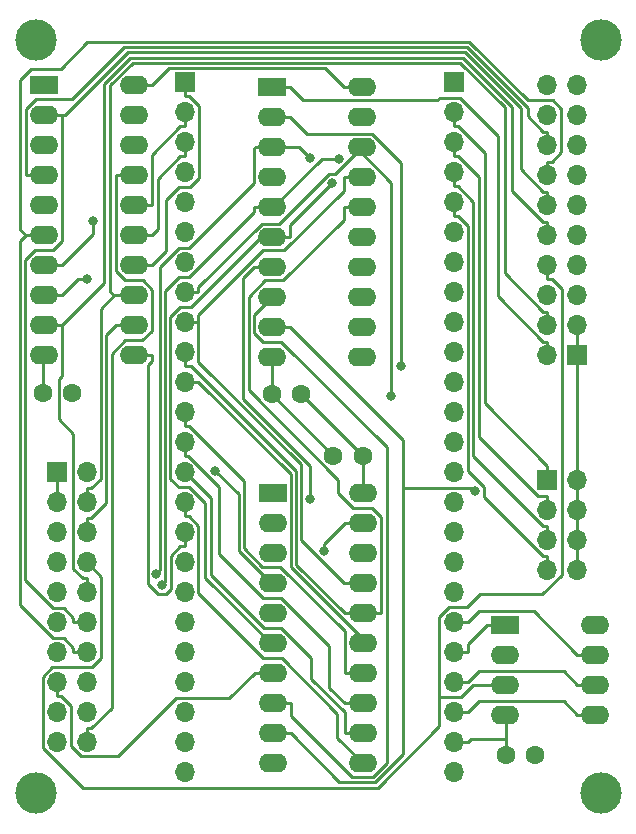
<source format=gbr>
%TF.GenerationSoftware,KiCad,Pcbnew,7.0.1*%
%TF.CreationDate,2023-06-01T10:42:52-07:00*%
%TF.ProjectId,tn_vdp_v2_board,746e5f76-6470-45f7-9632-5f626f617264,rev?*%
%TF.SameCoordinates,Original*%
%TF.FileFunction,Copper,L1,Top*%
%TF.FilePolarity,Positive*%
%FSLAX46Y46*%
G04 Gerber Fmt 4.6, Leading zero omitted, Abs format (unit mm)*
G04 Created by KiCad (PCBNEW 7.0.1) date 2023-06-01 10:42:52*
%MOMM*%
%LPD*%
G01*
G04 APERTURE LIST*
%TA.AperFunction,ComponentPad*%
%ADD10R,2.400000X1.600000*%
%TD*%
%TA.AperFunction,ComponentPad*%
%ADD11O,2.400000X1.600000*%
%TD*%
%TA.AperFunction,ComponentPad*%
%ADD12R,1.700000X1.700000*%
%TD*%
%TA.AperFunction,ComponentPad*%
%ADD13O,1.700000X1.700000*%
%TD*%
%TA.AperFunction,ComponentPad*%
%ADD14C,1.600000*%
%TD*%
%TA.AperFunction,ComponentPad*%
%ADD15C,3.500000*%
%TD*%
%TA.AperFunction,ViaPad*%
%ADD16C,0.800000*%
%TD*%
%TA.AperFunction,Conductor*%
%ADD17C,0.250000*%
%TD*%
G04 APERTURE END LIST*
D10*
%TO.P,U3,1,DIR*%
%TO.N,VCC*%
X138337000Y-50800000D03*
D11*
%TO.P,U3,2,A0*%
%TO.N,~{RESET}*%
X138337000Y-53340000D03*
%TO.P,U3,3,A1*%
%TO.N,~{INT_3V3}*%
X138337000Y-55880000D03*
%TO.P,U3,4,A2*%
%TO.N,~{CSW}*%
X138337000Y-58420000D03*
%TO.P,U3,5,A3*%
%TO.N,~{CSR}*%
X138337000Y-60960000D03*
%TO.P,U3,6,A4*%
%TO.N,MODE*%
X138337000Y-63500000D03*
%TO.P,U3,7,A5*%
%TO.N,CPUCLK_3V3*%
X138337000Y-66040000D03*
%TO.P,U3,8,A6*%
%TO.N,GROMCLK_3V3*%
X138337000Y-68580000D03*
%TO.P,U3,9,A7*%
%TO.N,MODE1*%
X138337000Y-71120000D03*
%TO.P,U3,10,GND*%
%TO.N,GND*%
X138337000Y-73660000D03*
%TO.P,U3,11,B7*%
%TO.N,MODE1_3V3*%
X145957000Y-73660000D03*
%TO.P,U3,12,B6*%
%TO.N,GROMCLK*%
X145957000Y-71120000D03*
%TO.P,U3,13,B5*%
%TO.N,CPUCLK*%
X145957000Y-68580000D03*
%TO.P,U3,14,B4*%
%TO.N,MODE_3V3*%
X145957000Y-66040000D03*
%TO.P,U3,15,B3*%
%TO.N,~{CSR_3V3}*%
X145957000Y-63500000D03*
%TO.P,U3,16,B2*%
%TO.N,~{CSW_3V3}*%
X145957000Y-60960000D03*
%TO.P,U3,17,B1*%
%TO.N,~{INT}*%
X145957000Y-58420000D03*
%TO.P,U3,18,B0*%
%TO.N,~{RESET_3V3}*%
X145957000Y-55880000D03*
%TO.P,U3,19,~{0E}*%
%TO.N,GND*%
X145957000Y-53340000D03*
%TO.P,U3,20,VCC*%
%TO.N,VCC_3V3*%
X145957000Y-50800000D03*
%TD*%
D12*
%TO.P,J2,1,Pin_1*%
%TO.N,GND*%
X183525000Y-73660000D03*
D13*
%TO.P,J2,2,Pin_2*%
%TO.N,VCC*%
X180985000Y-73660000D03*
%TO.P,J2,3,Pin_3*%
%TO.N,GND*%
X183525000Y-71120000D03*
%TO.P,J2,4,Pin_4*%
%TO.N,CPUCLK*%
X180985000Y-71120000D03*
%TO.P,J2,5,Pin_5*%
%TO.N,CD0*%
X183525000Y-68580000D03*
%TO.P,J2,6,Pin_6*%
%TO.N,GROMCLK*%
X180985000Y-68580000D03*
%TO.P,J2,7,Pin_7*%
%TO.N,CD1*%
X183525000Y-66040000D03*
%TO.P,J2,8,Pin_8*%
%TO.N,AUDIO*%
X180985000Y-66040000D03*
%TO.P,J2,9,Pin_9*%
%TO.N,CD2*%
X183525000Y-63500000D03*
%TO.P,J2,10,Pin_10*%
%TO.N,MODE1*%
X180985000Y-63500000D03*
%TO.P,J2,11,Pin_11*%
%TO.N,CD3*%
X183525000Y-60960000D03*
%TO.P,J2,12,Pin_12*%
%TO.N,~{RESET}*%
X180985000Y-60960000D03*
%TO.P,J2,13,Pin_13*%
%TO.N,CD4*%
X183525000Y-58420000D03*
%TO.P,J2,14,Pin_14*%
%TO.N,MODE*%
X180985000Y-58420000D03*
%TO.P,J2,15,Pin_15*%
%TO.N,CD5*%
X183525000Y-55880000D03*
%TO.P,J2,16,Pin_16*%
%TO.N,~{CSW}*%
X180985000Y-55880000D03*
%TO.P,J2,17,Pin_17*%
%TO.N,CD6*%
X183525000Y-53340000D03*
%TO.P,J2,18,Pin_18*%
%TO.N,~{CSR}*%
X180985000Y-53340000D03*
%TO.P,J2,19,Pin_19*%
%TO.N,CD7*%
X183525000Y-50800000D03*
%TO.P,J2,20,Pin_20*%
%TO.N,~{INT}*%
X180985000Y-50800000D03*
%TD*%
D12*
%TO.P,J3,1,Pin_1*%
%TO.N,MODE_3V3*%
X150261100Y-50535000D03*
D13*
%TO.P,J3,2,Pin_2*%
%TO.N,~{CSW_3V3}*%
X150261100Y-53075000D03*
%TO.P,J3,3,Pin_3*%
%TO.N,~{CSR_3V3}*%
X150261100Y-55615000D03*
%TO.P,J3,4,Pin_4*%
%TO.N,~{INT_3V3}*%
X150261100Y-58155000D03*
%TO.P,J3,5,Pin_5*%
%TO.N,CPUCLK_3V3*%
X150261100Y-60695000D03*
%TO.P,J3,6,Pin_6*%
%TO.N,GROMCLK_3V3*%
X150261100Y-63235000D03*
%TO.P,J3,7,Pin_7*%
%TO.N,~{RESET_3V3}*%
X150261100Y-65775000D03*
%TO.P,J3,8,Pin_8*%
%TO.N,CD0_3V3*%
X150261100Y-68315000D03*
%TO.P,J3,9,Pin_9*%
%TO.N,CD1_3V3*%
X150261100Y-70855000D03*
%TO.P,J3,10,Pin_10*%
%TO.N,CD2_3V3*%
X150261100Y-73395000D03*
%TO.P,J3,11,Pin_11*%
%TO.N,CD3_3V3*%
X150261100Y-75935000D03*
%TO.P,J3,12,Pin_12*%
%TO.N,CD4_3V3*%
X150261100Y-78475000D03*
%TO.P,J3,13,Pin_13*%
%TO.N,CD5_3V3*%
X150261100Y-81015000D03*
%TO.P,J3,14,Pin_14*%
%TO.N,CD6_3V3*%
X150261100Y-83555000D03*
%TO.P,J3,15,Pin_15*%
%TO.N,CD7_3V3*%
X150261100Y-86095000D03*
%TO.P,J3,16,Pin_16*%
%TO.N,MODE1_3V3*%
X150261100Y-88635000D03*
%TO.P,J3,17,Pin_17*%
%TO.N,unconnected-(J3-Pin_17-Pad17)*%
X150261100Y-91175000D03*
%TO.P,J3,18,Pin_18*%
%TO.N,unconnected-(J3-Pin_18-Pad18)*%
X150261100Y-93715000D03*
%TO.P,J3,19,Pin_19*%
%TO.N,unconnected-(J3-Pin_19-Pad19)*%
X150261100Y-96255000D03*
%TO.P,J3,20,Pin_20*%
%TO.N,unconnected-(J3-Pin_20-Pad20)*%
X150261100Y-98795000D03*
%TO.P,J3,21,Pin_21*%
%TO.N,unconnected-(J3-Pin_21-Pad21)*%
X150261100Y-101335000D03*
%TO.P,J3,22,Pin_22*%
%TO.N,unconnected-(J3-Pin_22-Pad22)*%
X150261100Y-103875000D03*
%TO.P,J3,23,Pin_23*%
%TO.N,unconnected-(J3-Pin_23-Pad23)*%
X150261100Y-106415000D03*
%TO.P,J3,24,Pin_24*%
%TO.N,unconnected-(J3-Pin_24-Pad24)*%
X150261100Y-108955000D03*
%TD*%
D14*
%TO.P,C2,1*%
%TO.N,VCC_3V3*%
X160124000Y-76951000D03*
%TO.P,C2,2*%
%TO.N,GND*%
X157624000Y-76951000D03*
%TD*%
D15*
%TO.P,H1,1*%
%TO.N,N/C*%
X137668000Y-46990000D03*
%TD*%
D14*
%TO.P,C4,1*%
%TO.N,VCC_3V3*%
X179955000Y-107500000D03*
%TO.P,C4,2*%
%TO.N,GND*%
X177455000Y-107500000D03*
%TD*%
%TO.P,C1,1*%
%TO.N,VCC_3V3*%
X140750000Y-76835000D03*
%TO.P,C1,2*%
%TO.N,GND*%
X138250000Y-76835000D03*
%TD*%
D10*
%TO.P,U4,1,~{CS}/SHDN*%
%TO.N,ADC_CS*%
X177425000Y-96450000D03*
D11*
%TO.P,U4,2,CH0*%
%TO.N,AUDIO*%
X177425000Y-98990000D03*
%TO.P,U4,3,CH1*%
X177425000Y-101530000D03*
%TO.P,U4,4,VSS*%
%TO.N,GND*%
X177425000Y-104070000D03*
%TO.P,U4,5,DIN*%
%TO.N,ADC_MOSI*%
X185045000Y-104070000D03*
%TO.P,U4,6,DOUT*%
%TO.N,ADC_MISO*%
X185045000Y-101530000D03*
%TO.P,U4,7,CLK*%
%TO.N,ADC_CLK*%
X185045000Y-98990000D03*
%TO.P,U4,8,VDD/VREF*%
%TO.N,VCC_3V3*%
X185045000Y-96450000D03*
%TD*%
D14*
%TO.P,C3,1*%
%TO.N,VCC_3V3*%
X165331000Y-82158000D03*
%TO.P,C3,2*%
%TO.N,GND*%
X162831000Y-82158000D03*
%TD*%
D15*
%TO.P,H3,1*%
%TO.N,N/C*%
X137668000Y-110744000D03*
%TD*%
D12*
%TO.P,J7,1,Pin_1*%
%TO.N,USR1_1V8*%
X180960000Y-84170000D03*
D13*
%TO.P,J7,2,Pin_2*%
%TO.N,GND*%
X183500000Y-84170000D03*
%TO.P,J7,3,Pin_3*%
%TO.N,USR2_1V8*%
X180960000Y-86710000D03*
%TO.P,J7,4,Pin_4*%
%TO.N,GND*%
X183500000Y-86710000D03*
%TO.P,J7,5,Pin_5*%
%TO.N,USR3_1V8*%
X180960000Y-89250000D03*
%TO.P,J7,6,Pin_6*%
%TO.N,GND*%
X183500000Y-89250000D03*
%TO.P,J7,7,Pin_7*%
%TO.N,USR4_1V8*%
X180960000Y-91790000D03*
%TO.P,J7,8,Pin_8*%
%TO.N,GND*%
X183500000Y-91790000D03*
%TD*%
D15*
%TO.P,H4,1*%
%TO.N,N/C*%
X185500000Y-110744000D03*
%TD*%
D12*
%TO.P,J4,1,Pin_1*%
%TO.N,unconnected-(J4-Pin_1-Pad1)*%
X173078000Y-50535000D03*
D13*
%TO.P,J4,2,Pin_2*%
%TO.N,USR1_1V8*%
X173078000Y-53075000D03*
%TO.P,J4,3,Pin_3*%
%TO.N,USR2_1V8*%
X173078000Y-55615000D03*
%TO.P,J4,4,Pin_4*%
%TO.N,USR3_1V8*%
X173078000Y-58155000D03*
%TO.P,J4,5,Pin_5*%
%TO.N,USR4_1V8*%
X173078000Y-60695000D03*
%TO.P,J4,6,Pin_6*%
%TO.N,unconnected-(J4-Pin_6-Pad6)*%
X173078000Y-63235000D03*
%TO.P,J4,7,Pin_7*%
%TO.N,unconnected-(J4-Pin_7-Pad7)*%
X173078000Y-65775000D03*
%TO.P,J4,8,Pin_8*%
%TO.N,unconnected-(J4-Pin_8-Pad8)*%
X173078000Y-68315000D03*
%TO.P,J4,9,Pin_9*%
%TO.N,unconnected-(J4-Pin_9-Pad9)*%
X173078000Y-70855000D03*
%TO.P,J4,10,Pin_10*%
%TO.N,unconnected-(J4-Pin_10-Pad10)*%
X173078000Y-73395000D03*
%TO.P,J4,11,Pin_11*%
%TO.N,unconnected-(J4-Pin_11-Pad11)*%
X173078000Y-75935000D03*
%TO.P,J4,12,Pin_12*%
%TO.N,unconnected-(J4-Pin_12-Pad12)*%
X173078000Y-78475000D03*
%TO.P,J4,13,Pin_13*%
%TO.N,unconnected-(J4-Pin_13-Pad13)*%
X173078000Y-81015000D03*
%TO.P,J4,14,Pin_14*%
%TO.N,unconnected-(J4-Pin_14-Pad14)*%
X173078000Y-83555000D03*
%TO.P,J4,15,Pin_15*%
%TO.N,unconnected-(J4-Pin_15-Pad15)*%
X173078000Y-86095000D03*
%TO.P,J4,16,Pin_16*%
%TO.N,unconnected-(J4-Pin_16-Pad16)*%
X173078000Y-88635000D03*
%TO.P,J4,17,Pin_17*%
%TO.N,unconnected-(J4-Pin_17-Pad17)*%
X173078000Y-91175000D03*
%TO.P,J4,18,Pin_18*%
%TO.N,VCC*%
X173078000Y-93715000D03*
%TO.P,J4,19,Pin_19*%
%TO.N,ADC_CLK*%
X173078000Y-96255000D03*
%TO.P,J4,20,Pin_20*%
%TO.N,ADC_CS*%
X173078000Y-98795000D03*
%TO.P,J4,21,Pin_21*%
%TO.N,ADC_MISO*%
X173078000Y-101335000D03*
%TO.P,J4,22,Pin_22*%
%TO.N,ADC_MOSI*%
X173078000Y-103875000D03*
%TO.P,J4,23,Pin_23*%
%TO.N,GND*%
X173078000Y-106415000D03*
%TO.P,J4,24,Pin_24*%
%TO.N,VCC_3V3*%
X173078000Y-108955000D03*
%TD*%
D10*
%TO.P,U2,1,DIR*%
%TO.N,VCC*%
X157670200Y-50946400D03*
D11*
%TO.P,U2,2,A0*%
%TO.N,CD0*%
X157670200Y-53486400D03*
%TO.P,U2,3,A1*%
%TO.N,CD1*%
X157670200Y-56026400D03*
%TO.P,U2,4,A2*%
%TO.N,CD2*%
X157670200Y-58566400D03*
%TO.P,U2,5,A3*%
%TO.N,CD3*%
X157670200Y-61106400D03*
%TO.P,U2,6,A4*%
%TO.N,CD4*%
X157670200Y-63646400D03*
%TO.P,U2,7,A5*%
%TO.N,CD5*%
X157670200Y-66186400D03*
%TO.P,U2,8,A6*%
%TO.N,CD6*%
X157670200Y-68726400D03*
%TO.P,U2,9,A7*%
%TO.N,CD7*%
X157670200Y-71266400D03*
%TO.P,U2,10,GND*%
%TO.N,GND*%
X157670200Y-73806400D03*
%TO.P,U2,11,B7*%
%TO.N,CD7_3V3*%
X165290200Y-73806400D03*
%TO.P,U2,12,B6*%
%TO.N,CD6_3V3*%
X165290200Y-71266400D03*
%TO.P,U2,13,B5*%
%TO.N,CD5_3V3*%
X165290200Y-68726400D03*
%TO.P,U2,14,B4*%
%TO.N,CD4_3V3*%
X165290200Y-66186400D03*
%TO.P,U2,15,B3*%
%TO.N,CD3_3V3*%
X165290200Y-63646400D03*
%TO.P,U2,16,B2*%
%TO.N,CD2_3V3*%
X165290200Y-61106400D03*
%TO.P,U2,17,B1*%
%TO.N,CD1_3V3*%
X165290200Y-58566400D03*
%TO.P,U2,18,B0*%
%TO.N,CD0_3V3*%
X165290200Y-56026400D03*
%TO.P,U2,19,~{0E}*%
%TO.N,~{CSW}*%
X165290200Y-53486400D03*
%TO.P,U2,20,VCC*%
%TO.N,VCC_3V3*%
X165290200Y-50946400D03*
%TD*%
D15*
%TO.P,H2,1*%
%TO.N,N/C*%
X185500000Y-46990000D03*
%TD*%
D10*
%TO.P,U1,1,DIR*%
%TO.N,GND*%
X157711000Y-85333000D03*
D11*
%TO.P,U1,2,A0*%
%TO.N,CD0*%
X157711000Y-87873000D03*
%TO.P,U1,3,A1*%
%TO.N,CD1*%
X157711000Y-90413000D03*
%TO.P,U1,4,A2*%
%TO.N,CD2*%
X157711000Y-92953000D03*
%TO.P,U1,5,A3*%
%TO.N,CD3*%
X157711000Y-95493000D03*
%TO.P,U1,6,A4*%
%TO.N,CD4*%
X157711000Y-98033000D03*
%TO.P,U1,7,A5*%
%TO.N,CD5*%
X157711000Y-100573000D03*
%TO.P,U1,8,A6*%
%TO.N,CD6*%
X157711000Y-103113000D03*
%TO.P,U1,9,A7*%
%TO.N,CD7*%
X157711000Y-105653000D03*
%TO.P,U1,10,GND*%
%TO.N,GND*%
X157711000Y-108193000D03*
%TO.P,U1,11,B7*%
%TO.N,CD7_3V3*%
X165331000Y-108193000D03*
%TO.P,U1,12,B6*%
%TO.N,CD6_3V3*%
X165331000Y-105653000D03*
%TO.P,U1,13,B5*%
%TO.N,CD5_3V3*%
X165331000Y-103113000D03*
%TO.P,U1,14,B4*%
%TO.N,CD4_3V3*%
X165331000Y-100573000D03*
%TO.P,U1,15,B3*%
%TO.N,CD3_3V3*%
X165331000Y-98033000D03*
%TO.P,U1,16,B2*%
%TO.N,CD2_3V3*%
X165331000Y-95493000D03*
%TO.P,U1,17,B1*%
%TO.N,CD1_3V3*%
X165331000Y-92953000D03*
%TO.P,U1,18,B0*%
%TO.N,CD0_3V3*%
X165331000Y-90413000D03*
%TO.P,U1,19,~{0E}*%
%TO.N,~{CSR}*%
X165331000Y-87873000D03*
%TO.P,U1,20,VCC*%
%TO.N,VCC_3V3*%
X165331000Y-85333000D03*
%TD*%
D12*
%TO.P,J1,1,Pin_1*%
%TO.N,GND*%
X139460000Y-83540000D03*
D13*
%TO.P,J1,2,Pin_2*%
%TO.N,VCC*%
X142000000Y-83540000D03*
%TO.P,J1,3,Pin_3*%
%TO.N,GND*%
X139460000Y-86080000D03*
%TO.P,J1,4,Pin_4*%
%TO.N,CPUCLK*%
X142000000Y-86080000D03*
%TO.P,J1,5,Pin_5*%
%TO.N,CD0*%
X139460000Y-88620000D03*
%TO.P,J1,6,Pin_6*%
%TO.N,GROMCLK*%
X142000000Y-88620000D03*
%TO.P,J1,7,Pin_7*%
%TO.N,CD1*%
X139460000Y-91160000D03*
%TO.P,J1,8,Pin_8*%
%TO.N,AUDIO*%
X142000000Y-91160000D03*
%TO.P,J1,9,Pin_9*%
%TO.N,CD2*%
X139460000Y-93700000D03*
%TO.P,J1,10,Pin_10*%
%TO.N,MODE1*%
X142000000Y-93700000D03*
%TO.P,J1,11,Pin_11*%
%TO.N,CD3*%
X139460000Y-96240000D03*
%TO.P,J1,12,Pin_12*%
%TO.N,~{RESET}*%
X142000000Y-96240000D03*
%TO.P,J1,13,Pin_13*%
%TO.N,CD4*%
X139460000Y-98780000D03*
%TO.P,J1,14,Pin_14*%
%TO.N,MODE*%
X142000000Y-98780000D03*
%TO.P,J1,15,Pin_15*%
%TO.N,CD5*%
X139460000Y-101320000D03*
%TO.P,J1,16,Pin_16*%
%TO.N,~{CSW}*%
X142000000Y-101320000D03*
%TO.P,J1,17,Pin_17*%
%TO.N,CD6*%
X139460000Y-103860000D03*
%TO.P,J1,18,Pin_18*%
%TO.N,~{CSR}*%
X142000000Y-103860000D03*
%TO.P,J1,19,Pin_19*%
%TO.N,CD7*%
X139460000Y-106400000D03*
%TO.P,J1,20,Pin_20*%
%TO.N,~{INT}*%
X142000000Y-106400000D03*
%TD*%
D16*
%TO.N,CPUCLK_3V3*%
X142507900Y-62308900D03*
%TO.N,GROMCLK_3V3*%
X141981700Y-67165200D03*
%TO.N,CD0_3V3*%
X167780300Y-77067800D03*
%TO.N,~{CSR}*%
X162090800Y-90195600D03*
%TO.N,CD7*%
X174862900Y-85103300D03*
%TO.N,CD5*%
X160923000Y-85792800D03*
%TO.N,CD4*%
X162780300Y-59045600D03*
%TO.N,CD3*%
X163332800Y-56986600D03*
X148355700Y-93104000D03*
%TO.N,CD2*%
X152842900Y-83434000D03*
%TO.N,CD1*%
X147882600Y-92147200D03*
X160864700Y-56962100D03*
%TO.N,CD0*%
X168606200Y-74592300D03*
%TD*%
D17*
%TO.N,VCC_3V3*%
X163765100Y-50946400D02*
X162178600Y-49359900D01*
X160124000Y-76951000D02*
X165331000Y-82158000D01*
X148922200Y-49359900D02*
X147482100Y-50800000D01*
X165290200Y-50946400D02*
X163765100Y-50946400D01*
X162178600Y-49359900D02*
X148922200Y-49359900D01*
X145957000Y-50800000D02*
X147482100Y-50800000D01*
X165331000Y-82158000D02*
X165331000Y-85333000D01*
%TO.N,GND*%
X177455000Y-106162500D02*
X174505600Y-106162500D01*
X157624000Y-76951000D02*
X157624000Y-73852600D01*
X183500000Y-84170000D02*
X183500000Y-82994900D01*
X183500000Y-82994900D02*
X183525000Y-82969900D01*
X177455000Y-107500000D02*
X177455000Y-104100000D01*
X174505600Y-106162500D02*
X174253100Y-106415000D01*
X183525000Y-82969900D02*
X183525000Y-73660000D01*
X138250000Y-76835000D02*
X138250000Y-73747000D01*
X177455000Y-104100000D02*
X177425000Y-104070000D01*
X183525000Y-73660000D02*
X183525000Y-71120000D01*
X139460000Y-86080000D02*
X139460000Y-83540000D01*
X183500000Y-84170000D02*
X183500000Y-86710000D01*
X183500000Y-89250000D02*
X183500000Y-91790000D01*
X157670200Y-73806400D02*
X157670000Y-73806400D01*
X173078000Y-106415000D02*
X174253100Y-106415000D01*
X183500000Y-86710000D02*
X183500000Y-89250000D01*
X138250000Y-73747000D02*
X138337000Y-73660000D01*
X157624000Y-73852600D02*
X157670200Y-73806400D01*
X162831000Y-82158000D02*
X157624000Y-76951000D01*
%TO.N,AUDIO*%
X143216800Y-99238500D02*
X142405300Y-100050000D01*
X182175600Y-68040500D02*
X181350200Y-67215100D01*
X138250400Y-100857000D02*
X138250400Y-106886900D01*
X182175600Y-92252600D02*
X182175600Y-68040500D01*
X142405300Y-100050000D02*
X139057400Y-100050000D01*
X174142800Y-94985000D02*
X175243100Y-93884700D01*
X171818700Y-102553600D02*
X173671200Y-102553600D01*
X171818700Y-105056000D02*
X171818700Y-102553600D01*
X166606300Y-110268400D02*
X171818700Y-105056000D01*
X171818700Y-95774200D02*
X172607900Y-94985000D01*
X180543500Y-93884700D02*
X182175600Y-92252600D01*
X174694800Y-101530000D02*
X177425000Y-101530000D01*
X180985000Y-66040000D02*
X180985000Y-67215100D01*
X139057400Y-100050000D02*
X138250400Y-100857000D01*
X171818700Y-102553600D02*
X171818700Y-95774200D01*
X173671200Y-102553600D02*
X174694800Y-101530000D01*
X172607900Y-94985000D02*
X174142800Y-94985000D01*
X138250400Y-106886900D02*
X141631900Y-110268400D01*
X142000000Y-91160000D02*
X143216800Y-92376800D01*
X175243100Y-93884700D02*
X180543500Y-93884700D01*
X143216800Y-92376800D02*
X143216800Y-99238500D01*
X141631900Y-110268400D02*
X166606300Y-110268400D01*
X181350200Y-67215100D02*
X180985000Y-67215100D01*
%TO.N,USR1_1V8*%
X173078000Y-53075000D02*
X173078000Y-54250100D01*
X180960000Y-82994900D02*
X175672300Y-77707200D01*
X180960000Y-84170000D02*
X180960000Y-82994900D01*
X175672300Y-77707200D02*
X175672300Y-56479200D01*
X175672300Y-56479200D02*
X173443200Y-54250100D01*
X173443200Y-54250100D02*
X173078000Y-54250100D01*
%TO.N,USR2_1V8*%
X175164700Y-58550000D02*
X175164700Y-80547500D01*
X180960000Y-86710000D02*
X180960000Y-85534900D01*
X173404800Y-56790100D02*
X175164700Y-58550000D01*
X180152100Y-85534900D02*
X180960000Y-85534900D01*
X175164700Y-80547500D02*
X180152100Y-85534900D01*
X173078000Y-55615000D02*
X173078000Y-56790100D01*
X173078000Y-56790100D02*
X173404800Y-56790100D01*
%TO.N,USR3_1V8*%
X173078000Y-58155000D02*
X173078000Y-59330100D01*
X173078000Y-59330100D02*
X173405000Y-59330100D01*
X180960000Y-89250000D02*
X180960000Y-88074900D01*
X174714600Y-82196700D02*
X180592800Y-88074900D01*
X174714600Y-60639700D02*
X174714600Y-82196700D01*
X180592800Y-88074900D02*
X180960000Y-88074900D01*
X173405000Y-59330100D02*
X174714600Y-60639700D01*
%TO.N,USR4_1V8*%
X174264500Y-62729400D02*
X173405200Y-61870100D01*
X180960000Y-90614900D02*
X180592800Y-90614900D01*
X180592800Y-90614900D02*
X175588000Y-85610100D01*
X175588000Y-84803000D02*
X174264500Y-83479500D01*
X173405200Y-61870100D02*
X173078000Y-61870100D01*
X174264500Y-83479500D02*
X174264500Y-62729400D01*
X180960000Y-91790000D02*
X180960000Y-90614900D01*
X173078000Y-60695000D02*
X173078000Y-61870100D01*
X175588000Y-85610100D02*
X175588000Y-84803000D01*
%TO.N,MODE1*%
X143463600Y-67518500D02*
X143463600Y-50659200D01*
X139590700Y-79042800D02*
X139590700Y-75648300D01*
X139590700Y-75648300D02*
X139862100Y-75376900D01*
X140824900Y-91717100D02*
X140824900Y-80277000D01*
X139862100Y-71120000D02*
X143463600Y-67518500D01*
X142000000Y-93700000D02*
X142000000Y-92524900D01*
X180617800Y-62324900D02*
X180985000Y-62324900D01*
X139862100Y-75376900D02*
X139862100Y-71120000D01*
X138337000Y-71120000D02*
X139862100Y-71120000D01*
X180985000Y-63500000D02*
X180985000Y-62324900D01*
X178002700Y-52655000D02*
X178002700Y-59709800D01*
X143463600Y-50659200D02*
X145675400Y-48447400D01*
X178002700Y-59709800D02*
X180617800Y-62324900D01*
X145675400Y-48447400D02*
X173795100Y-48447400D01*
X173795100Y-48447400D02*
X178002700Y-52655000D01*
X140824900Y-80277000D02*
X139590700Y-79042800D01*
X141632700Y-92524900D02*
X140824900Y-91717100D01*
X142000000Y-92524900D02*
X141632700Y-92524900D01*
%TO.N,MODE1_3V3*%
X148652000Y-93833200D02*
X149086000Y-93399200D01*
X145957000Y-73660000D02*
X147482100Y-73660000D01*
X149893900Y-89810100D02*
X150261100Y-89810100D01*
X147482100Y-74126100D02*
X147152600Y-74455600D01*
X147152600Y-74455600D02*
X147152600Y-92984800D01*
X147482100Y-73660000D02*
X147482100Y-74126100D01*
X150261100Y-88635000D02*
X150261100Y-89810100D01*
X147152600Y-92984800D02*
X148001000Y-93833200D01*
X149086000Y-90618000D02*
X149893900Y-89810100D01*
X149086000Y-93399200D02*
X149086000Y-90618000D01*
X148001000Y-93833200D02*
X148652000Y-93833200D01*
%TO.N,VCC*%
X160320400Y-52071500D02*
X171669300Y-52071500D01*
X171851600Y-51889200D02*
X173590600Y-51889200D01*
X180985000Y-73660000D02*
X180985000Y-72484900D01*
X171669300Y-52071500D02*
X171851600Y-51889200D01*
X159195300Y-50946400D02*
X160320400Y-52071500D01*
X176777500Y-55076100D02*
X176777500Y-68644700D01*
X157670200Y-50946400D02*
X159195300Y-50946400D01*
X173590600Y-51889200D02*
X176777500Y-55076100D01*
X180617700Y-72484900D02*
X180985000Y-72484900D01*
X176777500Y-68644700D02*
X180617700Y-72484900D01*
%TO.N,MODE_3V3*%
X150261100Y-51710100D02*
X150628300Y-51710100D01*
X151478700Y-58643900D02*
X150697600Y-59425000D01*
X145957000Y-66040000D02*
X147482100Y-66040000D01*
X150697600Y-59425000D02*
X149791000Y-59425000D01*
X148707700Y-64814400D02*
X147482100Y-66040000D01*
X151478700Y-52560500D02*
X151478700Y-58643900D01*
X149791000Y-59425000D02*
X148707700Y-60508300D01*
X150628300Y-51710100D02*
X151478700Y-52560500D01*
X148707700Y-60508300D02*
X148707700Y-64814400D01*
X150261100Y-50535000D02*
X150261100Y-51710100D01*
%TO.N,~{CSW_3V3}*%
X149893900Y-54250100D02*
X147482100Y-56661900D01*
X150261100Y-54250100D02*
X149893900Y-54250100D01*
X150261100Y-53075000D02*
X150261100Y-54250100D01*
X145957000Y-60960000D02*
X147482100Y-60960000D01*
X147482100Y-56661900D02*
X147482100Y-60960000D01*
%TO.N,~{CSR_3V3}*%
X147482100Y-63500000D02*
X147991900Y-62990200D01*
X145957000Y-63500000D02*
X147482100Y-63500000D01*
X147991900Y-62990200D02*
X147991900Y-58694000D01*
X149895800Y-56790100D02*
X150261100Y-56790100D01*
X150261100Y-55615000D02*
X150261100Y-56790100D01*
X147991900Y-58694000D02*
X149895800Y-56790100D01*
%TO.N,CPUCLK_3V3*%
X142507900Y-63394200D02*
X142507900Y-62308900D01*
X138337000Y-66040000D02*
X139862100Y-66040000D01*
X139862100Y-66040000D02*
X142507900Y-63394200D01*
%TO.N,GROMCLK_3V3*%
X139862100Y-68580000D02*
X141276900Y-67165200D01*
X138337000Y-68580000D02*
X139862100Y-68580000D01*
X141276900Y-67165200D02*
X141981700Y-67165200D01*
%TO.N,CD0_3V3*%
X165290200Y-56054700D02*
X165042400Y-56302500D01*
X165042400Y-56302500D02*
X163024400Y-58320500D01*
X158279400Y-62521200D02*
X156789300Y-62521200D01*
X162480100Y-58320500D02*
X158279400Y-62521200D01*
X165290200Y-56026400D02*
X165290200Y-56054700D01*
X156789300Y-62521200D02*
X151436200Y-67874300D01*
X167780300Y-59040400D02*
X167780300Y-77067800D01*
X150261100Y-68315000D02*
X151436200Y-68315000D01*
X165042400Y-56302500D02*
X167780300Y-59040400D01*
X151436200Y-67874300D02*
X151436200Y-68315000D01*
X163024400Y-58320500D02*
X162480100Y-58320500D01*
%TO.N,CD1_3V3*%
X163782900Y-92953000D02*
X165331000Y-92953000D01*
X156922900Y-64771600D02*
X151436200Y-70258300D01*
X163765100Y-59728100D02*
X158721600Y-64771600D01*
X151436200Y-70258300D02*
X151436200Y-70855000D01*
X158721600Y-64771600D02*
X156922900Y-64771600D01*
X150261100Y-70855000D02*
X151436200Y-70855000D01*
X160136600Y-82885800D02*
X160136600Y-89306700D01*
X151436200Y-70855000D02*
X151436200Y-74185400D01*
X165290200Y-58566400D02*
X163765100Y-58566400D01*
X151436200Y-74185400D02*
X160136600Y-82885800D01*
X163765100Y-58566400D02*
X163765100Y-59728100D01*
X160136600Y-89306700D02*
X163782900Y-92953000D01*
%TO.N,CD2_3V3*%
X155684400Y-68707900D02*
X157080800Y-67311500D01*
X159686400Y-91373500D02*
X163805900Y-95493000D01*
X157080800Y-67311500D02*
X158608500Y-67311500D01*
X166856100Y-95493000D02*
X166856100Y-87369600D01*
X163765100Y-62154900D02*
X163765100Y-61106400D01*
X166856100Y-87369600D02*
X166089500Y-86603000D01*
X165331000Y-95493000D02*
X163805900Y-95493000D01*
X150261100Y-73395000D02*
X150261100Y-74570100D01*
X150261100Y-74570100D02*
X150775200Y-74570100D01*
X164545800Y-86603000D02*
X163255000Y-85312200D01*
X159686400Y-83481300D02*
X159686400Y-91373500D01*
X150775200Y-74570100D02*
X159686400Y-83481300D01*
X166089500Y-86603000D02*
X164545800Y-86603000D01*
X163255000Y-85312200D02*
X163255000Y-84173200D01*
X163255000Y-84173200D02*
X155684400Y-76602600D01*
X165331000Y-95493000D02*
X166856100Y-95493000D01*
X165290200Y-61106400D02*
X163765100Y-61106400D01*
X158608500Y-67311500D02*
X163765100Y-62154900D01*
X155684400Y-76602600D02*
X155684400Y-68707900D01*
%TO.N,CD3_3V3*%
X159236200Y-83735000D02*
X159236200Y-91598300D01*
X150261100Y-75935000D02*
X151436200Y-75935000D01*
X159236200Y-91598300D02*
X165331000Y-97693100D01*
X165331000Y-97693100D02*
X165331000Y-98033000D01*
X151436200Y-75935000D02*
X159236200Y-83735000D01*
%TO.N,CD4_3V3*%
X163805900Y-96981100D02*
X158362900Y-91538100D01*
X165331000Y-100573000D02*
X163805900Y-100573000D01*
X163805900Y-100573000D02*
X163805900Y-96981100D01*
X150628400Y-79650100D02*
X150261100Y-79650100D01*
X156845000Y-91538100D02*
X155285700Y-89978800D01*
X155285700Y-89978800D02*
X155285700Y-84307400D01*
X150261100Y-78475000D02*
X150261100Y-79650100D01*
X158362900Y-91538100D02*
X156845000Y-91538100D01*
X155285700Y-84307400D02*
X150628400Y-79650100D01*
%TO.N,CD5_3V3*%
X163805900Y-103113000D02*
X162517300Y-101824400D01*
X150261100Y-81015000D02*
X150261100Y-82190100D01*
X165331000Y-103113000D02*
X163805900Y-103113000D01*
X153159800Y-84777000D02*
X150572900Y-82190100D01*
X162517300Y-98288500D02*
X158451800Y-94223000D01*
X158451800Y-94223000D02*
X156931800Y-94223000D01*
X156931800Y-94223000D02*
X153159800Y-90451000D01*
X153159800Y-90451000D02*
X153159800Y-84777000D01*
X162517300Y-101824400D02*
X162517300Y-98288500D01*
X150572900Y-82190100D02*
X150261100Y-82190100D01*
%TO.N,CD6_3V3*%
X160947900Y-99256000D02*
X158454900Y-96763000D01*
X165331000Y-105653000D02*
X163805900Y-105653000D01*
X156957300Y-96763000D02*
X152468600Y-92274300D01*
X160947900Y-101010900D02*
X160947900Y-99256000D01*
X152468600Y-85762500D02*
X150261100Y-83555000D01*
X152468600Y-92274300D02*
X152468600Y-85762500D01*
X163805900Y-105653000D02*
X163805900Y-103868900D01*
X158454900Y-96763000D02*
X156957300Y-96763000D01*
X163805900Y-103868900D02*
X160947900Y-101010900D01*
%TO.N,CD7_3V3*%
X158472400Y-99303000D02*
X163195400Y-104026000D01*
X156926900Y-99303000D02*
X158472400Y-99303000D01*
X150261100Y-87270100D02*
X150628400Y-87270100D01*
X163195400Y-106057400D02*
X165331000Y-108193000D01*
X163195400Y-104026000D02*
X163195400Y-106057400D01*
X151436200Y-93812300D02*
X156926900Y-99303000D01*
X150628400Y-87270100D02*
X151436200Y-88077900D01*
X150261100Y-86095000D02*
X150261100Y-87270100D01*
X151436200Y-88077900D02*
X151436200Y-93812300D01*
%TO.N,ADC_CLK*%
X175183300Y-95324800D02*
X179854700Y-95324800D01*
X185045000Y-98990000D02*
X183519900Y-98990000D01*
X173078000Y-96255000D02*
X174253100Y-96255000D01*
X179854700Y-95324800D02*
X183519900Y-98990000D01*
X174253100Y-96255000D02*
X175183300Y-95324800D01*
%TO.N,ADC_CS*%
X177425000Y-96450000D02*
X175899900Y-96450000D01*
X174253100Y-98096800D02*
X175899900Y-96450000D01*
X174253100Y-98795000D02*
X174253100Y-98096800D01*
X173078000Y-98795000D02*
X174253100Y-98795000D01*
%TO.N,ADC_MISO*%
X173078000Y-101335000D02*
X174253100Y-101335000D01*
X182384400Y-100394500D02*
X183519900Y-101530000D01*
X175193600Y-100394500D02*
X182384400Y-100394500D01*
X185045000Y-101530000D02*
X183519900Y-101530000D01*
X174253100Y-101335000D02*
X175193600Y-100394500D01*
%TO.N,ADC_MOSI*%
X174253100Y-103875000D02*
X175193600Y-102934500D01*
X182384400Y-102934500D02*
X183519900Y-104070000D01*
X185045000Y-104070000D02*
X183519900Y-104070000D01*
X173078000Y-103875000D02*
X174253100Y-103875000D01*
X175193600Y-102934500D02*
X182384400Y-102934500D01*
%TO.N,MODE*%
X138337000Y-63500000D02*
X136811900Y-63500000D01*
X142000000Y-98780000D02*
X140824900Y-98780000D01*
X181352200Y-57244900D02*
X182160200Y-56436900D01*
X140824900Y-98780000D02*
X140824900Y-98412700D01*
X182160200Y-56436900D02*
X182160200Y-52814300D01*
X136337500Y-63974400D02*
X136811900Y-63500000D01*
X136326800Y-50339500D02*
X136326800Y-63014900D01*
X139153300Y-97604900D02*
X136337500Y-94789100D01*
X136326800Y-63014900D02*
X136811900Y-63500000D01*
X180985000Y-58420000D02*
X180985000Y-57244900D01*
X140017100Y-97604900D02*
X139153300Y-97604900D01*
X180985000Y-57244900D02*
X181352200Y-57244900D01*
X140824900Y-98412700D02*
X140017100Y-97604900D01*
X142034300Y-47094200D02*
X139758500Y-49370000D01*
X174383600Y-47094200D02*
X142034300Y-47094200D01*
X182160200Y-52814300D02*
X181415900Y-52070000D01*
X179359400Y-52070000D02*
X174383600Y-47094200D01*
X137296300Y-49370000D02*
X136326800Y-50339500D01*
X139758500Y-49370000D02*
X137296300Y-49370000D01*
X136337500Y-94789100D02*
X136337500Y-63974400D01*
X181415900Y-52070000D02*
X179359400Y-52070000D01*
%TO.N,~{CSW}*%
X138337000Y-58420000D02*
X136811900Y-58420000D01*
X174197100Y-47544300D02*
X145104000Y-47544300D01*
X136811900Y-52816500D02*
X136811900Y-58420000D01*
X179353100Y-53423300D02*
X179353100Y-52700300D01*
X180985000Y-54704900D02*
X180634700Y-54704900D01*
X180985000Y-55880000D02*
X180985000Y-54704900D01*
X140723100Y-51925200D02*
X137703200Y-51925200D01*
X179353100Y-52700300D02*
X174197100Y-47544300D01*
X180634700Y-54704900D02*
X179353100Y-53423300D01*
X137703200Y-51925200D02*
X136811900Y-52816500D01*
X145104000Y-47544300D02*
X140723100Y-51925200D01*
%TO.N,~{CSR}*%
X162090800Y-89588100D02*
X163805900Y-87873000D01*
X165331000Y-87873000D02*
X163805900Y-87873000D01*
X162090800Y-90195600D02*
X162090800Y-89588100D01*
%TO.N,~{INT}*%
X147519600Y-71551500D02*
X147519600Y-68117400D01*
X145215600Y-67310000D02*
X144431900Y-66526300D01*
X144431900Y-66526300D02*
X144431900Y-58420000D01*
X144094500Y-73523800D02*
X145228300Y-72390000D01*
X142000000Y-105224900D02*
X142367200Y-105224900D01*
X145228300Y-72390000D02*
X146681100Y-72390000D01*
X142367200Y-105224900D02*
X144094500Y-103497600D01*
X144094500Y-103497600D02*
X144094500Y-73523800D01*
X146712200Y-67310000D02*
X145215600Y-67310000D01*
X146681100Y-72390000D02*
X147519600Y-71551500D01*
X142000000Y-106400000D02*
X142000000Y-105224900D01*
X147519600Y-68117400D02*
X146712200Y-67310000D01*
X145957000Y-58420000D02*
X144431900Y-58420000D01*
%TO.N,CD7*%
X166398800Y-109772400D02*
X163355500Y-109772400D01*
X163355500Y-109772400D02*
X159236100Y-105653000D01*
X157670200Y-71266400D02*
X159195300Y-71266400D01*
X157711000Y-105653000D02*
X159236100Y-105653000D01*
X168733600Y-84894600D02*
X168733600Y-107437600D01*
X168733600Y-80804700D02*
X159195300Y-71266400D01*
X168733600Y-84894600D02*
X174654200Y-84894600D01*
X168733600Y-107437600D02*
X166398800Y-109772400D01*
X168733600Y-84894600D02*
X168733600Y-80804700D01*
X174654200Y-84894600D02*
X174862900Y-85103300D01*
%TO.N,CD6*%
X167360700Y-81441300D02*
X158455800Y-72536400D01*
X164396800Y-109322200D02*
X166202700Y-109322200D01*
X156936500Y-72536400D02*
X156134600Y-71734500D01*
X159236100Y-103113000D02*
X159236100Y-104161500D01*
X166202700Y-109322200D02*
X167360700Y-108164200D01*
X157711000Y-103113000D02*
X159236100Y-103113000D01*
X159236100Y-104161500D02*
X164396800Y-109322200D01*
X167360700Y-108164200D02*
X167360700Y-81441300D01*
X158455800Y-72536400D02*
X156936500Y-72536400D01*
X156134600Y-70262000D02*
X157670200Y-68726400D01*
X156134600Y-71734500D02*
X156134600Y-70262000D01*
%TO.N,CD5*%
X160923000Y-85792800D02*
X160923000Y-83035400D01*
X141495500Y-107586000D02*
X144650100Y-107586000D01*
X144650100Y-107586000D02*
X149536300Y-102699800D01*
X155216000Y-67115500D02*
X156145100Y-66186400D01*
X140635100Y-103302900D02*
X140635100Y-106725600D01*
X155216000Y-77328400D02*
X155216000Y-67115500D01*
X157711000Y-100573000D02*
X156185900Y-100573000D01*
X139827300Y-102495100D02*
X140635100Y-103302900D01*
X157670200Y-66186400D02*
X156145100Y-66186400D01*
X154059100Y-102699800D02*
X156185900Y-100573000D01*
X149536300Y-102699800D02*
X154059100Y-102699800D01*
X140635100Y-106725600D02*
X141495500Y-107586000D01*
X160923000Y-83035400D02*
X155216000Y-77328400D01*
X139460000Y-101320000D02*
X139460000Y-102495100D01*
X139460000Y-102495100D02*
X139827300Y-102495100D01*
%TO.N,CD4*%
X157670200Y-63646400D02*
X159195300Y-63646400D01*
X157590600Y-98033000D02*
X152018400Y-92460800D01*
X156743400Y-63646400D02*
X157670200Y-63646400D01*
X159195300Y-62630600D02*
X162780300Y-59045600D01*
X157711000Y-98033000D02*
X157590600Y-98033000D01*
X149068800Y-84120300D02*
X149068800Y-70385300D01*
X150657700Y-84825000D02*
X149773500Y-84825000D01*
X159195300Y-63646400D02*
X159195300Y-62630600D01*
X149869100Y-69585000D02*
X150804800Y-69585000D01*
X152018400Y-92460800D02*
X152018400Y-86185700D01*
X149773500Y-84825000D02*
X149068800Y-84120300D01*
X152018400Y-86185700D02*
X150657700Y-84825000D01*
X150804800Y-69585000D02*
X156743400Y-63646400D01*
X149068800Y-70385300D02*
X149869100Y-69585000D01*
%TO.N,CD3*%
X156145100Y-61552900D02*
X156145100Y-61106400D01*
X148618600Y-68219300D02*
X149792900Y-67045000D01*
X157670200Y-61106400D02*
X156145100Y-61106400D01*
X157774200Y-61106400D02*
X161894000Y-56986600D01*
X149792900Y-67045000D02*
X150653000Y-67045000D01*
X161894000Y-56986600D02*
X163332800Y-56986600D01*
X150653000Y-67045000D02*
X156145100Y-61552900D01*
X148355700Y-93104000D02*
X148618600Y-92841100D01*
X157670200Y-61106400D02*
X157774200Y-61106400D01*
X148618600Y-92841100D02*
X148618600Y-68219300D01*
%TO.N,CD2*%
X157589700Y-92953000D02*
X154835600Y-90198900D01*
X154835600Y-85426700D02*
X152842900Y-83434000D01*
X157711000Y-92953000D02*
X157589700Y-92953000D01*
X154835600Y-90198900D02*
X154835600Y-85426700D01*
%TO.N,CD1*%
X150620100Y-64567100D02*
X149772300Y-64567100D01*
X159929000Y-56026400D02*
X160864700Y-56962100D01*
X156145100Y-59042100D02*
X150620100Y-64567100D01*
X148168400Y-91861400D02*
X147882600Y-92147200D01*
X156145100Y-56139000D02*
X156145100Y-59042100D01*
X156257700Y-56026400D02*
X156145100Y-56139000D01*
X148168400Y-66171000D02*
X148168400Y-91861400D01*
X157651200Y-56026400D02*
X156257700Y-56026400D01*
X157651200Y-56026400D02*
X157670200Y-56026400D01*
X149772300Y-64567100D02*
X148168400Y-66171000D01*
X157670200Y-56026400D02*
X159929000Y-56026400D01*
%TO.N,CD0*%
X168606200Y-57343100D02*
X168606200Y-74592300D01*
X166164300Y-54901200D02*
X168606200Y-57343100D01*
X159195300Y-53486400D02*
X160610100Y-54901200D01*
X160610100Y-54901200D02*
X166164300Y-54901200D01*
X157670200Y-53486400D02*
X159195300Y-53486400D01*
%TO.N,~{RESET}*%
X180985000Y-59784900D02*
X180617800Y-59784900D01*
X139143800Y-95064900D02*
X136787700Y-92708800D01*
X139079100Y-64770000D02*
X139862100Y-63987000D01*
X174010600Y-47994400D02*
X145488600Y-47994400D01*
X140017100Y-95064900D02*
X139143800Y-95064900D01*
X145488600Y-47994400D02*
X140143000Y-53340000D01*
X138337000Y-53340000D02*
X139862100Y-53340000D01*
X140824900Y-96240000D02*
X140824900Y-95872700D01*
X139862100Y-63987000D02*
X139862100Y-53340000D01*
X137584000Y-64770000D02*
X139079100Y-64770000D01*
X140824900Y-95872700D02*
X140017100Y-95064900D01*
X180985000Y-60960000D02*
X180985000Y-59784900D01*
X178744000Y-52727800D02*
X174010600Y-47994400D01*
X136787700Y-92708800D02*
X136787700Y-65566300D01*
X136787700Y-65566300D02*
X137584000Y-64770000D01*
X140143000Y-53340000D02*
X139862100Y-53340000D01*
X178744000Y-57911100D02*
X178744000Y-52727800D01*
X142000000Y-96240000D02*
X140824900Y-96240000D01*
X180617800Y-59784900D02*
X178744000Y-57911100D01*
%TO.N,GROMCLK*%
X142000000Y-88620000D02*
X142000000Y-87444900D01*
X142000000Y-87444900D02*
X142367200Y-87444900D01*
X145957000Y-71120000D02*
X144431900Y-71120000D01*
X143644300Y-86167800D02*
X143644300Y-71907600D01*
X142367200Y-87444900D02*
X143644300Y-86167800D01*
X143644300Y-71907600D02*
X144431900Y-71120000D01*
%TO.N,CPUCLK*%
X145861900Y-48897600D02*
X173608600Y-48897600D01*
X145957000Y-68580000D02*
X144431900Y-68580000D01*
X144311200Y-68580000D02*
X143979500Y-68248300D01*
X180985000Y-71120000D02*
X180985000Y-69944900D01*
X173608600Y-48897600D02*
X177356200Y-52645200D01*
X144311200Y-68580000D02*
X144431900Y-68580000D01*
X142000000Y-86080000D02*
X142000000Y-84904900D01*
X142000000Y-84904900D02*
X142367300Y-84904900D01*
X143175100Y-84097100D02*
X143175100Y-69716100D01*
X143979500Y-50780000D02*
X145861900Y-48897600D01*
X180619600Y-69944900D02*
X180985000Y-69944900D01*
X177356200Y-66681500D02*
X180619600Y-69944900D01*
X143175100Y-69716100D02*
X144311200Y-68580000D01*
X143979500Y-68248300D02*
X143979500Y-50780000D01*
X177356200Y-52645200D02*
X177356200Y-66681500D01*
X142367300Y-84904900D02*
X143175100Y-84097100D01*
%TD*%
M02*

</source>
